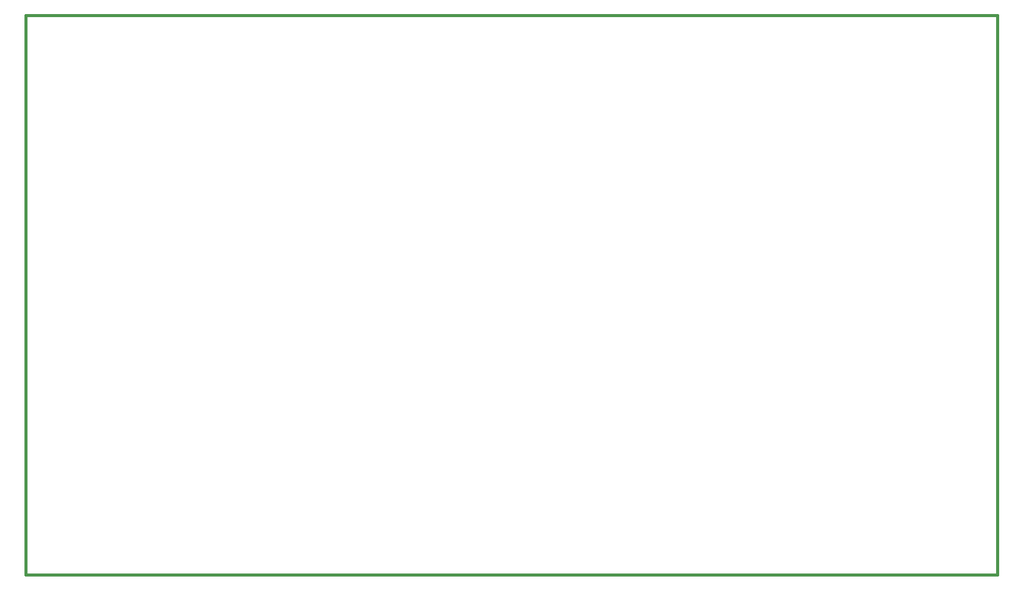
<source format=gbr>
G04 (created by PCBNEW (2013-jul-07)-stable) date Tue 24 Oct 2017 02:27:38 PM PDT*
%MOIN*%
G04 Gerber Fmt 3.4, Leading zero omitted, Abs format*
%FSLAX34Y34*%
G01*
G70*
G90*
G04 APERTURE LIST*
%ADD10C,0.00590551*%
%ADD11C,0.015*%
G04 APERTURE END LIST*
G54D10*
G54D11*
X29750Y-19500D02*
X29750Y-50000D01*
X82750Y-19500D02*
X29750Y-19500D01*
X82750Y-50000D02*
X82750Y-19500D01*
X29750Y-50000D02*
X82750Y-50000D01*
M02*

</source>
